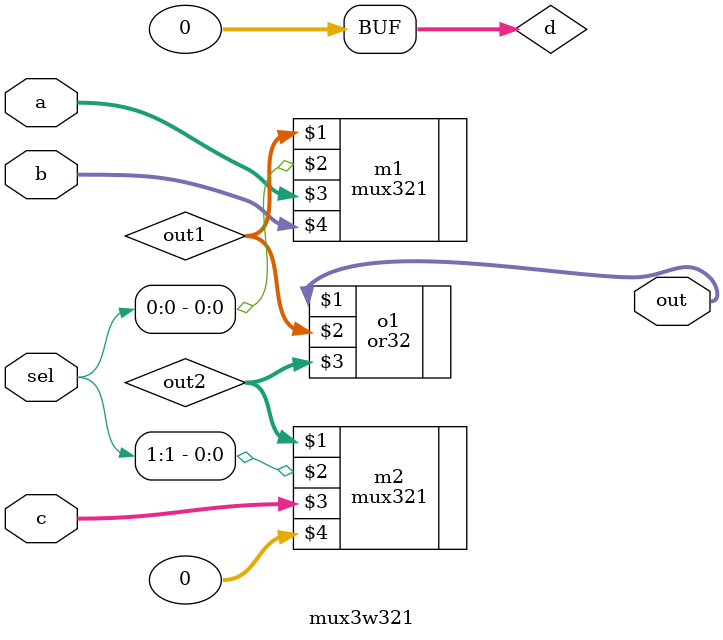
<source format=v>
`include "mux321.v"
`include "or32.v"
module mux3w321(
    output [31:0] out,
    input [1:0] sel,
    input [31:0] a,b,c
);
reg [31:0] d;
initial begin
    d=32'b0;

end

wire [31:0] out1,out2;
mux321 m1(out1,sel[0],a,b);
mux321 m2(out2,sel[1],c,d);
or32 o1(out,out1,out2);

endmodule
</source>
